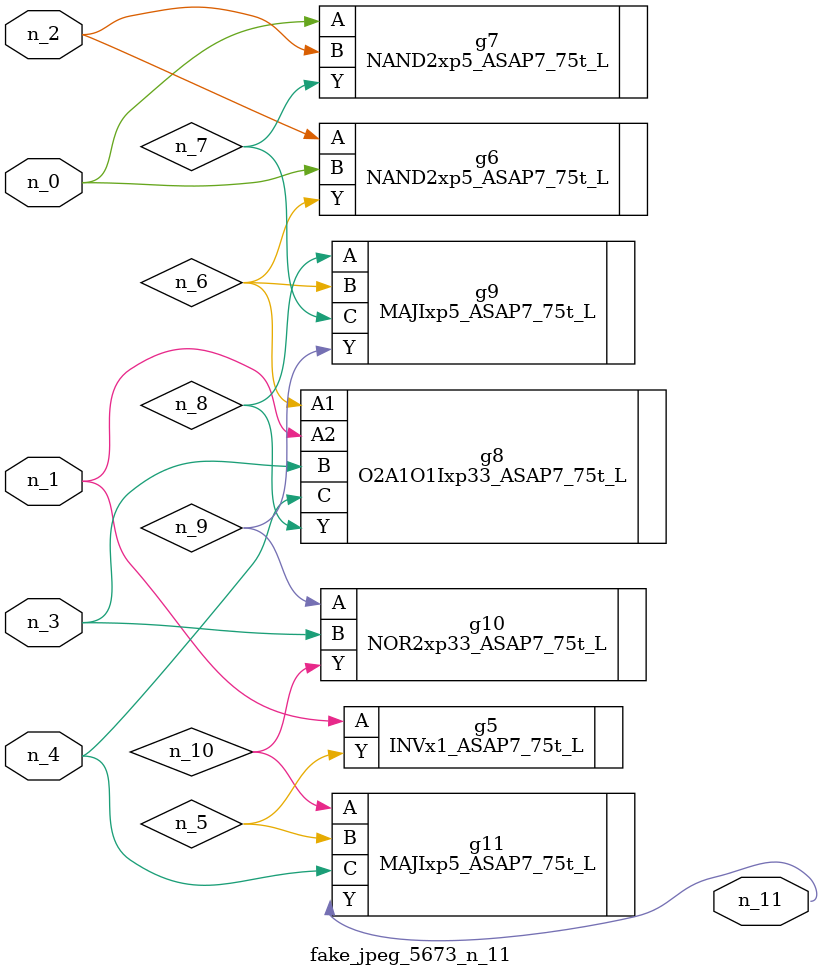
<source format=v>
module fake_jpeg_5673_n_11 (n_3, n_2, n_1, n_0, n_4, n_11);

input n_3;
input n_2;
input n_1;
input n_0;
input n_4;

output n_11;

wire n_10;
wire n_8;
wire n_9;
wire n_6;
wire n_5;
wire n_7;

INVx1_ASAP7_75t_L g5 ( 
.A(n_1),
.Y(n_5)
);

NAND2xp5_ASAP7_75t_L g6 ( 
.A(n_2),
.B(n_0),
.Y(n_6)
);

NAND2xp5_ASAP7_75t_L g7 ( 
.A(n_0),
.B(n_2),
.Y(n_7)
);

O2A1O1Ixp33_ASAP7_75t_L g8 ( 
.A1(n_6),
.A2(n_1),
.B(n_3),
.C(n_4),
.Y(n_8)
);

MAJIxp5_ASAP7_75t_L g9 ( 
.A(n_8),
.B(n_6),
.C(n_7),
.Y(n_9)
);

NOR2xp33_ASAP7_75t_L g10 ( 
.A(n_9),
.B(n_3),
.Y(n_10)
);

MAJIxp5_ASAP7_75t_L g11 ( 
.A(n_10),
.B(n_5),
.C(n_4),
.Y(n_11)
);


endmodule
</source>
